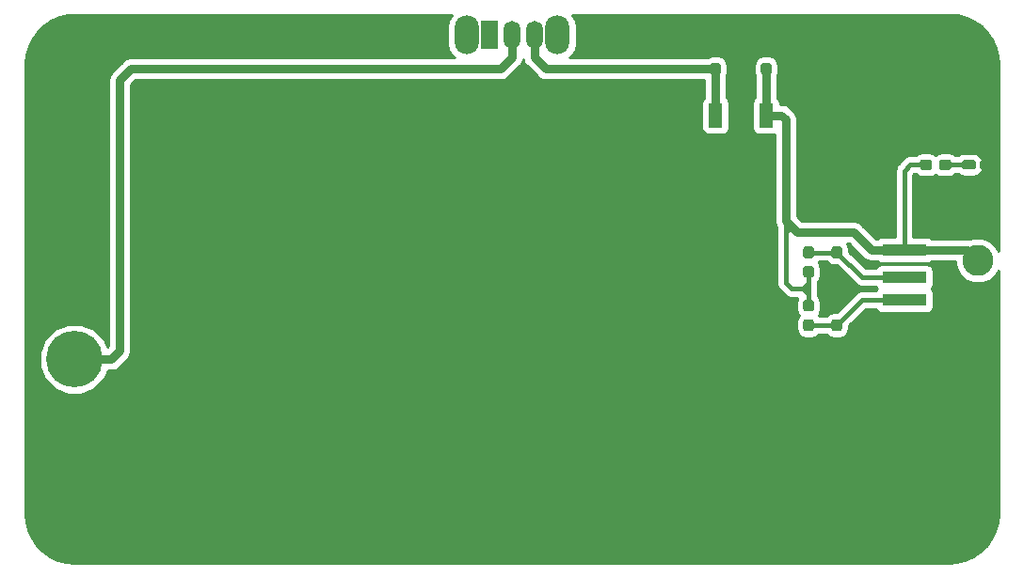
<source format=gbr>
G04 #@! TF.GenerationSoftware,KiCad,Pcbnew,(5.0.2)-1*
G04 #@! TF.CreationDate,2020-06-10T19:57:50-05:00*
G04 #@! TF.ProjectId,BusinessCards,42757369-6e65-4737-9343-617264732e6b,rev?*
G04 #@! TF.SameCoordinates,Original*
G04 #@! TF.FileFunction,Copper,L2,Bot*
G04 #@! TF.FilePolarity,Positive*
%FSLAX46Y46*%
G04 Gerber Fmt 4.6, Leading zero omitted, Abs format (unit mm)*
G04 Created by KiCad (PCBNEW (5.0.2)-1) date 6/10/2020 7:57:50 PM*
%MOMM*%
%LPD*%
G01*
G04 APERTURE LIST*
G04 #@! TA.AperFunction,ComponentPad*
%ADD10C,5.080000*%
G04 #@! TD*
G04 #@! TA.AperFunction,ComponentPad*
%ADD11C,2.800000*%
G04 #@! TD*
G04 #@! TA.AperFunction,Conductor*
%ADD12C,0.100000*%
G04 #@! TD*
G04 #@! TA.AperFunction,SMDPad,CuDef*
%ADD13C,0.950000*%
G04 #@! TD*
G04 #@! TA.AperFunction,SMDPad,CuDef*
%ADD14C,0.850000*%
G04 #@! TD*
G04 #@! TA.AperFunction,ComponentPad*
%ADD15C,4.000000*%
G04 #@! TD*
G04 #@! TA.AperFunction,SMDPad,CuDef*
%ADD16R,4.000000X1.120000*%
G04 #@! TD*
G04 #@! TA.AperFunction,ComponentPad*
%ADD17O,2.200000X3.500000*%
G04 #@! TD*
G04 #@! TA.AperFunction,ComponentPad*
%ADD18O,1.500000X2.500000*%
G04 #@! TD*
G04 #@! TA.AperFunction,ComponentPad*
%ADD19R,1.500000X2.500000*%
G04 #@! TD*
G04 #@! TA.AperFunction,SMDPad,CuDef*
%ADD20R,5.800000X6.400000*%
G04 #@! TD*
G04 #@! TA.AperFunction,SMDPad,CuDef*
%ADD21R,1.200000X2.200000*%
G04 #@! TD*
G04 #@! TA.AperFunction,ViaPad*
%ADD22C,0.800000*%
G04 #@! TD*
G04 #@! TA.AperFunction,Conductor*
%ADD23C,0.762000*%
G04 #@! TD*
G04 #@! TA.AperFunction,Conductor*
%ADD24C,0.381000*%
G04 #@! TD*
G04 #@! TA.AperFunction,Conductor*
%ADD25C,0.254000*%
G04 #@! TD*
G04 APERTURE END LIST*
D10*
G04 #@! TO.P,BT1,2*
G04 #@! TO.N,GND*
X106680000Y-69850000D03*
G04 #@! TO.P,BT1,1*
G04 #@! TO.N,+9V*
X106680000Y-82550000D03*
G04 #@! TD*
D11*
G04 #@! TO.P,REF\002A\002A,1*
G04 #@! TO.N,GND*
X187960000Y-78740000D03*
G04 #@! TD*
D12*
G04 #@! TO.N,GND*
G04 #@! TO.C,C1*
G36*
X164598779Y-54114144D02*
X164621834Y-54117563D01*
X164644443Y-54123227D01*
X164666387Y-54131079D01*
X164687457Y-54141044D01*
X164707448Y-54153026D01*
X164726168Y-54166910D01*
X164743438Y-54182562D01*
X164759090Y-54199832D01*
X164772974Y-54218552D01*
X164784956Y-54238543D01*
X164794921Y-54259613D01*
X164802773Y-54281557D01*
X164808437Y-54304166D01*
X164811856Y-54327221D01*
X164813000Y-54350500D01*
X164813000Y-54925500D01*
X164811856Y-54948779D01*
X164808437Y-54971834D01*
X164802773Y-54994443D01*
X164794921Y-55016387D01*
X164784956Y-55037457D01*
X164772974Y-55057448D01*
X164759090Y-55076168D01*
X164743438Y-55093438D01*
X164726168Y-55109090D01*
X164707448Y-55122974D01*
X164687457Y-55134956D01*
X164666387Y-55144921D01*
X164644443Y-55152773D01*
X164621834Y-55158437D01*
X164598779Y-55161856D01*
X164575500Y-55163000D01*
X164100500Y-55163000D01*
X164077221Y-55161856D01*
X164054166Y-55158437D01*
X164031557Y-55152773D01*
X164009613Y-55144921D01*
X163988543Y-55134956D01*
X163968552Y-55122974D01*
X163949832Y-55109090D01*
X163932562Y-55093438D01*
X163916910Y-55076168D01*
X163903026Y-55057448D01*
X163891044Y-55037457D01*
X163881079Y-55016387D01*
X163873227Y-54994443D01*
X163867563Y-54971834D01*
X163864144Y-54948779D01*
X163863000Y-54925500D01*
X163863000Y-54350500D01*
X163864144Y-54327221D01*
X163867563Y-54304166D01*
X163873227Y-54281557D01*
X163881079Y-54259613D01*
X163891044Y-54238543D01*
X163903026Y-54218552D01*
X163916910Y-54199832D01*
X163932562Y-54182562D01*
X163949832Y-54166910D01*
X163968552Y-54153026D01*
X163988543Y-54141044D01*
X164009613Y-54131079D01*
X164031557Y-54123227D01*
X164054166Y-54117563D01*
X164077221Y-54114144D01*
X164100500Y-54113000D01*
X164575500Y-54113000D01*
X164598779Y-54114144D01*
X164598779Y-54114144D01*
G37*
D13*
G04 #@! TD*
G04 #@! TO.P,C1,2*
G04 #@! TO.N,GND*
X164338000Y-54638000D03*
D12*
G04 #@! TO.N,Net-(C1-Pad1)*
G04 #@! TO.C,C1*
G36*
X164598779Y-55864144D02*
X164621834Y-55867563D01*
X164644443Y-55873227D01*
X164666387Y-55881079D01*
X164687457Y-55891044D01*
X164707448Y-55903026D01*
X164726168Y-55916910D01*
X164743438Y-55932562D01*
X164759090Y-55949832D01*
X164772974Y-55968552D01*
X164784956Y-55988543D01*
X164794921Y-56009613D01*
X164802773Y-56031557D01*
X164808437Y-56054166D01*
X164811856Y-56077221D01*
X164813000Y-56100500D01*
X164813000Y-56675500D01*
X164811856Y-56698779D01*
X164808437Y-56721834D01*
X164802773Y-56744443D01*
X164794921Y-56766387D01*
X164784956Y-56787457D01*
X164772974Y-56807448D01*
X164759090Y-56826168D01*
X164743438Y-56843438D01*
X164726168Y-56859090D01*
X164707448Y-56872974D01*
X164687457Y-56884956D01*
X164666387Y-56894921D01*
X164644443Y-56902773D01*
X164621834Y-56908437D01*
X164598779Y-56911856D01*
X164575500Y-56913000D01*
X164100500Y-56913000D01*
X164077221Y-56911856D01*
X164054166Y-56908437D01*
X164031557Y-56902773D01*
X164009613Y-56894921D01*
X163988543Y-56884956D01*
X163968552Y-56872974D01*
X163949832Y-56859090D01*
X163932562Y-56843438D01*
X163916910Y-56826168D01*
X163903026Y-56807448D01*
X163891044Y-56787457D01*
X163881079Y-56766387D01*
X163873227Y-56744443D01*
X163867563Y-56721834D01*
X163864144Y-56698779D01*
X163863000Y-56675500D01*
X163863000Y-56100500D01*
X163864144Y-56077221D01*
X163867563Y-56054166D01*
X163873227Y-56031557D01*
X163881079Y-56009613D01*
X163891044Y-55988543D01*
X163903026Y-55968552D01*
X163916910Y-55949832D01*
X163932562Y-55932562D01*
X163949832Y-55916910D01*
X163968552Y-55903026D01*
X163988543Y-55891044D01*
X164009613Y-55881079D01*
X164031557Y-55873227D01*
X164054166Y-55867563D01*
X164077221Y-55864144D01*
X164100500Y-55863000D01*
X164575500Y-55863000D01*
X164598779Y-55864144D01*
X164598779Y-55864144D01*
G37*
D13*
G04 #@! TD*
G04 #@! TO.P,C1,1*
G04 #@! TO.N,Net-(C1-Pad1)*
X164338000Y-56388000D03*
D12*
G04 #@! TO.N,+5V*
G04 #@! TO.C,C2*
G36*
X169170779Y-55864144D02*
X169193834Y-55867563D01*
X169216443Y-55873227D01*
X169238387Y-55881079D01*
X169259457Y-55891044D01*
X169279448Y-55903026D01*
X169298168Y-55916910D01*
X169315438Y-55932562D01*
X169331090Y-55949832D01*
X169344974Y-55968552D01*
X169356956Y-55988543D01*
X169366921Y-56009613D01*
X169374773Y-56031557D01*
X169380437Y-56054166D01*
X169383856Y-56077221D01*
X169385000Y-56100500D01*
X169385000Y-56675500D01*
X169383856Y-56698779D01*
X169380437Y-56721834D01*
X169374773Y-56744443D01*
X169366921Y-56766387D01*
X169356956Y-56787457D01*
X169344974Y-56807448D01*
X169331090Y-56826168D01*
X169315438Y-56843438D01*
X169298168Y-56859090D01*
X169279448Y-56872974D01*
X169259457Y-56884956D01*
X169238387Y-56894921D01*
X169216443Y-56902773D01*
X169193834Y-56908437D01*
X169170779Y-56911856D01*
X169147500Y-56913000D01*
X168672500Y-56913000D01*
X168649221Y-56911856D01*
X168626166Y-56908437D01*
X168603557Y-56902773D01*
X168581613Y-56894921D01*
X168560543Y-56884956D01*
X168540552Y-56872974D01*
X168521832Y-56859090D01*
X168504562Y-56843438D01*
X168488910Y-56826168D01*
X168475026Y-56807448D01*
X168463044Y-56787457D01*
X168453079Y-56766387D01*
X168445227Y-56744443D01*
X168439563Y-56721834D01*
X168436144Y-56698779D01*
X168435000Y-56675500D01*
X168435000Y-56100500D01*
X168436144Y-56077221D01*
X168439563Y-56054166D01*
X168445227Y-56031557D01*
X168453079Y-56009613D01*
X168463044Y-55988543D01*
X168475026Y-55968552D01*
X168488910Y-55949832D01*
X168504562Y-55932562D01*
X168521832Y-55916910D01*
X168540552Y-55903026D01*
X168560543Y-55891044D01*
X168581613Y-55881079D01*
X168603557Y-55873227D01*
X168626166Y-55867563D01*
X168649221Y-55864144D01*
X168672500Y-55863000D01*
X169147500Y-55863000D01*
X169170779Y-55864144D01*
X169170779Y-55864144D01*
G37*
D13*
G04 #@! TD*
G04 #@! TO.P,C2,1*
G04 #@! TO.N,+5V*
X168910000Y-56388000D03*
D12*
G04 #@! TO.N,GND*
G04 #@! TO.C,C2*
G36*
X169170779Y-54114144D02*
X169193834Y-54117563D01*
X169216443Y-54123227D01*
X169238387Y-54131079D01*
X169259457Y-54141044D01*
X169279448Y-54153026D01*
X169298168Y-54166910D01*
X169315438Y-54182562D01*
X169331090Y-54199832D01*
X169344974Y-54218552D01*
X169356956Y-54238543D01*
X169366921Y-54259613D01*
X169374773Y-54281557D01*
X169380437Y-54304166D01*
X169383856Y-54327221D01*
X169385000Y-54350500D01*
X169385000Y-54925500D01*
X169383856Y-54948779D01*
X169380437Y-54971834D01*
X169374773Y-54994443D01*
X169366921Y-55016387D01*
X169356956Y-55037457D01*
X169344974Y-55057448D01*
X169331090Y-55076168D01*
X169315438Y-55093438D01*
X169298168Y-55109090D01*
X169279448Y-55122974D01*
X169259457Y-55134956D01*
X169238387Y-55144921D01*
X169216443Y-55152773D01*
X169193834Y-55158437D01*
X169170779Y-55161856D01*
X169147500Y-55163000D01*
X168672500Y-55163000D01*
X168649221Y-55161856D01*
X168626166Y-55158437D01*
X168603557Y-55152773D01*
X168581613Y-55144921D01*
X168560543Y-55134956D01*
X168540552Y-55122974D01*
X168521832Y-55109090D01*
X168504562Y-55093438D01*
X168488910Y-55076168D01*
X168475026Y-55057448D01*
X168463044Y-55037457D01*
X168453079Y-55016387D01*
X168445227Y-54994443D01*
X168439563Y-54971834D01*
X168436144Y-54948779D01*
X168435000Y-54925500D01*
X168435000Y-54350500D01*
X168436144Y-54327221D01*
X168439563Y-54304166D01*
X168445227Y-54281557D01*
X168453079Y-54259613D01*
X168463044Y-54238543D01*
X168475026Y-54218552D01*
X168488910Y-54199832D01*
X168504562Y-54182562D01*
X168521832Y-54166910D01*
X168540552Y-54153026D01*
X168560543Y-54141044D01*
X168581613Y-54131079D01*
X168603557Y-54123227D01*
X168626166Y-54117563D01*
X168649221Y-54114144D01*
X168672500Y-54113000D01*
X169147500Y-54113000D01*
X169170779Y-54114144D01*
X169170779Y-54114144D01*
G37*
D13*
G04 #@! TD*
G04 #@! TO.P,C2,2*
G04 #@! TO.N,GND*
X168910000Y-54638000D03*
D12*
G04 #@! TO.N,Net-(D1-Pad2)*
G04 #@! TO.C,D1*
G36*
X187568329Y-64600023D02*
X187588957Y-64603083D01*
X187609185Y-64608150D01*
X187628820Y-64615176D01*
X187647672Y-64624092D01*
X187665559Y-64634813D01*
X187682309Y-64647235D01*
X187697760Y-64661240D01*
X187711765Y-64676691D01*
X187724187Y-64693441D01*
X187734908Y-64711328D01*
X187743824Y-64730180D01*
X187750850Y-64749815D01*
X187755917Y-64770043D01*
X187758977Y-64790671D01*
X187760000Y-64811500D01*
X187760000Y-65236500D01*
X187758977Y-65257329D01*
X187755917Y-65277957D01*
X187750850Y-65298185D01*
X187743824Y-65317820D01*
X187734908Y-65336672D01*
X187724187Y-65354559D01*
X187711765Y-65371309D01*
X187697760Y-65386760D01*
X187682309Y-65400765D01*
X187665559Y-65413187D01*
X187647672Y-65423908D01*
X187628820Y-65432824D01*
X187609185Y-65439850D01*
X187588957Y-65444917D01*
X187568329Y-65447977D01*
X187547500Y-65449000D01*
X186747500Y-65449000D01*
X186726671Y-65447977D01*
X186706043Y-65444917D01*
X186685815Y-65439850D01*
X186666180Y-65432824D01*
X186647328Y-65423908D01*
X186629441Y-65413187D01*
X186612691Y-65400765D01*
X186597240Y-65386760D01*
X186583235Y-65371309D01*
X186570813Y-65354559D01*
X186560092Y-65336672D01*
X186551176Y-65317820D01*
X186544150Y-65298185D01*
X186539083Y-65277957D01*
X186536023Y-65257329D01*
X186535000Y-65236500D01*
X186535000Y-64811500D01*
X186536023Y-64790671D01*
X186539083Y-64770043D01*
X186544150Y-64749815D01*
X186551176Y-64730180D01*
X186560092Y-64711328D01*
X186570813Y-64693441D01*
X186583235Y-64676691D01*
X186597240Y-64661240D01*
X186612691Y-64647235D01*
X186629441Y-64634813D01*
X186647328Y-64624092D01*
X186666180Y-64615176D01*
X186685815Y-64608150D01*
X186706043Y-64603083D01*
X186726671Y-64600023D01*
X186747500Y-64599000D01*
X187547500Y-64599000D01*
X187568329Y-64600023D01*
X187568329Y-64600023D01*
G37*
D14*
G04 #@! TD*
G04 #@! TO.P,D1,2*
G04 #@! TO.N,Net-(D1-Pad2)*
X187147500Y-65024000D03*
D12*
G04 #@! TO.N,GND*
G04 #@! TO.C,D1*
G36*
X189193329Y-64600023D02*
X189213957Y-64603083D01*
X189234185Y-64608150D01*
X189253820Y-64615176D01*
X189272672Y-64624092D01*
X189290559Y-64634813D01*
X189307309Y-64647235D01*
X189322760Y-64661240D01*
X189336765Y-64676691D01*
X189349187Y-64693441D01*
X189359908Y-64711328D01*
X189368824Y-64730180D01*
X189375850Y-64749815D01*
X189380917Y-64770043D01*
X189383977Y-64790671D01*
X189385000Y-64811500D01*
X189385000Y-65236500D01*
X189383977Y-65257329D01*
X189380917Y-65277957D01*
X189375850Y-65298185D01*
X189368824Y-65317820D01*
X189359908Y-65336672D01*
X189349187Y-65354559D01*
X189336765Y-65371309D01*
X189322760Y-65386760D01*
X189307309Y-65400765D01*
X189290559Y-65413187D01*
X189272672Y-65423908D01*
X189253820Y-65432824D01*
X189234185Y-65439850D01*
X189213957Y-65444917D01*
X189193329Y-65447977D01*
X189172500Y-65449000D01*
X188372500Y-65449000D01*
X188351671Y-65447977D01*
X188331043Y-65444917D01*
X188310815Y-65439850D01*
X188291180Y-65432824D01*
X188272328Y-65423908D01*
X188254441Y-65413187D01*
X188237691Y-65400765D01*
X188222240Y-65386760D01*
X188208235Y-65371309D01*
X188195813Y-65354559D01*
X188185092Y-65336672D01*
X188176176Y-65317820D01*
X188169150Y-65298185D01*
X188164083Y-65277957D01*
X188161023Y-65257329D01*
X188160000Y-65236500D01*
X188160000Y-64811500D01*
X188161023Y-64790671D01*
X188164083Y-64770043D01*
X188169150Y-64749815D01*
X188176176Y-64730180D01*
X188185092Y-64711328D01*
X188195813Y-64693441D01*
X188208235Y-64676691D01*
X188222240Y-64661240D01*
X188237691Y-64647235D01*
X188254441Y-64634813D01*
X188272328Y-64624092D01*
X188291180Y-64615176D01*
X188310815Y-64608150D01*
X188331043Y-64603083D01*
X188351671Y-64600023D01*
X188372500Y-64599000D01*
X189172500Y-64599000D01*
X189193329Y-64600023D01*
X189193329Y-64600023D01*
G37*
D14*
G04 #@! TD*
G04 #@! TO.P,D1,1*
G04 #@! TO.N,GND*
X188772500Y-65024000D03*
D15*
G04 #@! TO.P,Conn1,5*
G04 #@! TO.N,GND*
X185420000Y-69630000D03*
X185420000Y-82770000D03*
D16*
G04 #@! TO.P,Conn1,3*
G04 #@! TO.N,Net-(Conn1-Pad3)*
X181332000Y-77200000D03*
G04 #@! TO.P,Conn1,2*
G04 #@! TO.N,Net-(Conn1-Pad2)*
X181332000Y-75184000D03*
G04 #@! TO.P,Conn1,1*
G04 #@! TO.N,+5V*
X181332000Y-72700000D03*
G04 #@! TO.P,Conn1,4*
G04 #@! TO.N,GND*
X181332000Y-79700000D03*
G04 #@! TD*
D12*
G04 #@! TO.N,Net-(D1-Pad2)*
G04 #@! TO.C,R1*
G36*
X185335779Y-64550144D02*
X185358834Y-64553563D01*
X185381443Y-64559227D01*
X185403387Y-64567079D01*
X185424457Y-64577044D01*
X185444448Y-64589026D01*
X185463168Y-64602910D01*
X185480438Y-64618562D01*
X185496090Y-64635832D01*
X185509974Y-64654552D01*
X185521956Y-64674543D01*
X185531921Y-64695613D01*
X185539773Y-64717557D01*
X185545437Y-64740166D01*
X185548856Y-64763221D01*
X185550000Y-64786500D01*
X185550000Y-65261500D01*
X185548856Y-65284779D01*
X185545437Y-65307834D01*
X185539773Y-65330443D01*
X185531921Y-65352387D01*
X185521956Y-65373457D01*
X185509974Y-65393448D01*
X185496090Y-65412168D01*
X185480438Y-65429438D01*
X185463168Y-65445090D01*
X185444448Y-65458974D01*
X185424457Y-65470956D01*
X185403387Y-65480921D01*
X185381443Y-65488773D01*
X185358834Y-65494437D01*
X185335779Y-65497856D01*
X185312500Y-65499000D01*
X184737500Y-65499000D01*
X184714221Y-65497856D01*
X184691166Y-65494437D01*
X184668557Y-65488773D01*
X184646613Y-65480921D01*
X184625543Y-65470956D01*
X184605552Y-65458974D01*
X184586832Y-65445090D01*
X184569562Y-65429438D01*
X184553910Y-65412168D01*
X184540026Y-65393448D01*
X184528044Y-65373457D01*
X184518079Y-65352387D01*
X184510227Y-65330443D01*
X184504563Y-65307834D01*
X184501144Y-65284779D01*
X184500000Y-65261500D01*
X184500000Y-64786500D01*
X184501144Y-64763221D01*
X184504563Y-64740166D01*
X184510227Y-64717557D01*
X184518079Y-64695613D01*
X184528044Y-64674543D01*
X184540026Y-64654552D01*
X184553910Y-64635832D01*
X184569562Y-64618562D01*
X184586832Y-64602910D01*
X184605552Y-64589026D01*
X184625543Y-64577044D01*
X184646613Y-64567079D01*
X184668557Y-64559227D01*
X184691166Y-64553563D01*
X184714221Y-64550144D01*
X184737500Y-64549000D01*
X185312500Y-64549000D01*
X185335779Y-64550144D01*
X185335779Y-64550144D01*
G37*
D13*
G04 #@! TD*
G04 #@! TO.P,R1,2*
G04 #@! TO.N,Net-(D1-Pad2)*
X185025000Y-65024000D03*
D12*
G04 #@! TO.N,+5V*
G04 #@! TO.C,R1*
G36*
X183585779Y-64550144D02*
X183608834Y-64553563D01*
X183631443Y-64559227D01*
X183653387Y-64567079D01*
X183674457Y-64577044D01*
X183694448Y-64589026D01*
X183713168Y-64602910D01*
X183730438Y-64618562D01*
X183746090Y-64635832D01*
X183759974Y-64654552D01*
X183771956Y-64674543D01*
X183781921Y-64695613D01*
X183789773Y-64717557D01*
X183795437Y-64740166D01*
X183798856Y-64763221D01*
X183800000Y-64786500D01*
X183800000Y-65261500D01*
X183798856Y-65284779D01*
X183795437Y-65307834D01*
X183789773Y-65330443D01*
X183781921Y-65352387D01*
X183771956Y-65373457D01*
X183759974Y-65393448D01*
X183746090Y-65412168D01*
X183730438Y-65429438D01*
X183713168Y-65445090D01*
X183694448Y-65458974D01*
X183674457Y-65470956D01*
X183653387Y-65480921D01*
X183631443Y-65488773D01*
X183608834Y-65494437D01*
X183585779Y-65497856D01*
X183562500Y-65499000D01*
X182987500Y-65499000D01*
X182964221Y-65497856D01*
X182941166Y-65494437D01*
X182918557Y-65488773D01*
X182896613Y-65480921D01*
X182875543Y-65470956D01*
X182855552Y-65458974D01*
X182836832Y-65445090D01*
X182819562Y-65429438D01*
X182803910Y-65412168D01*
X182790026Y-65393448D01*
X182778044Y-65373457D01*
X182768079Y-65352387D01*
X182760227Y-65330443D01*
X182754563Y-65307834D01*
X182751144Y-65284779D01*
X182750000Y-65261500D01*
X182750000Y-64786500D01*
X182751144Y-64763221D01*
X182754563Y-64740166D01*
X182760227Y-64717557D01*
X182768079Y-64695613D01*
X182778044Y-64674543D01*
X182790026Y-64654552D01*
X182803910Y-64635832D01*
X182819562Y-64618562D01*
X182836832Y-64602910D01*
X182855552Y-64589026D01*
X182875543Y-64577044D01*
X182896613Y-64567079D01*
X182918557Y-64559227D01*
X182941166Y-64553563D01*
X182964221Y-64550144D01*
X182987500Y-64549000D01*
X183562500Y-64549000D01*
X183585779Y-64550144D01*
X183585779Y-64550144D01*
G37*
D13*
G04 #@! TD*
G04 #@! TO.P,R1,1*
G04 #@! TO.N,+5V*
X183275000Y-65024000D03*
D12*
G04 #@! TO.N,+5V*
G04 #@! TO.C,R2*
G36*
X172980779Y-77200144D02*
X173003834Y-77203563D01*
X173026443Y-77209227D01*
X173048387Y-77217079D01*
X173069457Y-77227044D01*
X173089448Y-77239026D01*
X173108168Y-77252910D01*
X173125438Y-77268562D01*
X173141090Y-77285832D01*
X173154974Y-77304552D01*
X173166956Y-77324543D01*
X173176921Y-77345613D01*
X173184773Y-77367557D01*
X173190437Y-77390166D01*
X173193856Y-77413221D01*
X173195000Y-77436500D01*
X173195000Y-78011500D01*
X173193856Y-78034779D01*
X173190437Y-78057834D01*
X173184773Y-78080443D01*
X173176921Y-78102387D01*
X173166956Y-78123457D01*
X173154974Y-78143448D01*
X173141090Y-78162168D01*
X173125438Y-78179438D01*
X173108168Y-78195090D01*
X173089448Y-78208974D01*
X173069457Y-78220956D01*
X173048387Y-78230921D01*
X173026443Y-78238773D01*
X173003834Y-78244437D01*
X172980779Y-78247856D01*
X172957500Y-78249000D01*
X172482500Y-78249000D01*
X172459221Y-78247856D01*
X172436166Y-78244437D01*
X172413557Y-78238773D01*
X172391613Y-78230921D01*
X172370543Y-78220956D01*
X172350552Y-78208974D01*
X172331832Y-78195090D01*
X172314562Y-78179438D01*
X172298910Y-78162168D01*
X172285026Y-78143448D01*
X172273044Y-78123457D01*
X172263079Y-78102387D01*
X172255227Y-78080443D01*
X172249563Y-78057834D01*
X172246144Y-78034779D01*
X172245000Y-78011500D01*
X172245000Y-77436500D01*
X172246144Y-77413221D01*
X172249563Y-77390166D01*
X172255227Y-77367557D01*
X172263079Y-77345613D01*
X172273044Y-77324543D01*
X172285026Y-77304552D01*
X172298910Y-77285832D01*
X172314562Y-77268562D01*
X172331832Y-77252910D01*
X172350552Y-77239026D01*
X172370543Y-77227044D01*
X172391613Y-77217079D01*
X172413557Y-77209227D01*
X172436166Y-77203563D01*
X172459221Y-77200144D01*
X172482500Y-77199000D01*
X172957500Y-77199000D01*
X172980779Y-77200144D01*
X172980779Y-77200144D01*
G37*
D13*
G04 #@! TD*
G04 #@! TO.P,R2,1*
G04 #@! TO.N,+5V*
X172720000Y-77724000D03*
D12*
G04 #@! TO.N,Net-(Conn1-Pad3)*
G04 #@! TO.C,R2*
G36*
X172980779Y-78950144D02*
X173003834Y-78953563D01*
X173026443Y-78959227D01*
X173048387Y-78967079D01*
X173069457Y-78977044D01*
X173089448Y-78989026D01*
X173108168Y-79002910D01*
X173125438Y-79018562D01*
X173141090Y-79035832D01*
X173154974Y-79054552D01*
X173166956Y-79074543D01*
X173176921Y-79095613D01*
X173184773Y-79117557D01*
X173190437Y-79140166D01*
X173193856Y-79163221D01*
X173195000Y-79186500D01*
X173195000Y-79761500D01*
X173193856Y-79784779D01*
X173190437Y-79807834D01*
X173184773Y-79830443D01*
X173176921Y-79852387D01*
X173166956Y-79873457D01*
X173154974Y-79893448D01*
X173141090Y-79912168D01*
X173125438Y-79929438D01*
X173108168Y-79945090D01*
X173089448Y-79958974D01*
X173069457Y-79970956D01*
X173048387Y-79980921D01*
X173026443Y-79988773D01*
X173003834Y-79994437D01*
X172980779Y-79997856D01*
X172957500Y-79999000D01*
X172482500Y-79999000D01*
X172459221Y-79997856D01*
X172436166Y-79994437D01*
X172413557Y-79988773D01*
X172391613Y-79980921D01*
X172370543Y-79970956D01*
X172350552Y-79958974D01*
X172331832Y-79945090D01*
X172314562Y-79929438D01*
X172298910Y-79912168D01*
X172285026Y-79893448D01*
X172273044Y-79873457D01*
X172263079Y-79852387D01*
X172255227Y-79830443D01*
X172249563Y-79807834D01*
X172246144Y-79784779D01*
X172245000Y-79761500D01*
X172245000Y-79186500D01*
X172246144Y-79163221D01*
X172249563Y-79140166D01*
X172255227Y-79117557D01*
X172263079Y-79095613D01*
X172273044Y-79074543D01*
X172285026Y-79054552D01*
X172298910Y-79035832D01*
X172314562Y-79018562D01*
X172331832Y-79002910D01*
X172350552Y-78989026D01*
X172370543Y-78977044D01*
X172391613Y-78967079D01*
X172413557Y-78959227D01*
X172436166Y-78953563D01*
X172459221Y-78950144D01*
X172482500Y-78949000D01*
X172957500Y-78949000D01*
X172980779Y-78950144D01*
X172980779Y-78950144D01*
G37*
D13*
G04 #@! TD*
G04 #@! TO.P,R2,2*
G04 #@! TO.N,Net-(Conn1-Pad3)*
X172720000Y-79474000D03*
D12*
G04 #@! TO.N,GND*
G04 #@! TO.C,R3*
G36*
X175520779Y-77200144D02*
X175543834Y-77203563D01*
X175566443Y-77209227D01*
X175588387Y-77217079D01*
X175609457Y-77227044D01*
X175629448Y-77239026D01*
X175648168Y-77252910D01*
X175665438Y-77268562D01*
X175681090Y-77285832D01*
X175694974Y-77304552D01*
X175706956Y-77324543D01*
X175716921Y-77345613D01*
X175724773Y-77367557D01*
X175730437Y-77390166D01*
X175733856Y-77413221D01*
X175735000Y-77436500D01*
X175735000Y-78011500D01*
X175733856Y-78034779D01*
X175730437Y-78057834D01*
X175724773Y-78080443D01*
X175716921Y-78102387D01*
X175706956Y-78123457D01*
X175694974Y-78143448D01*
X175681090Y-78162168D01*
X175665438Y-78179438D01*
X175648168Y-78195090D01*
X175629448Y-78208974D01*
X175609457Y-78220956D01*
X175588387Y-78230921D01*
X175566443Y-78238773D01*
X175543834Y-78244437D01*
X175520779Y-78247856D01*
X175497500Y-78249000D01*
X175022500Y-78249000D01*
X174999221Y-78247856D01*
X174976166Y-78244437D01*
X174953557Y-78238773D01*
X174931613Y-78230921D01*
X174910543Y-78220956D01*
X174890552Y-78208974D01*
X174871832Y-78195090D01*
X174854562Y-78179438D01*
X174838910Y-78162168D01*
X174825026Y-78143448D01*
X174813044Y-78123457D01*
X174803079Y-78102387D01*
X174795227Y-78080443D01*
X174789563Y-78057834D01*
X174786144Y-78034779D01*
X174785000Y-78011500D01*
X174785000Y-77436500D01*
X174786144Y-77413221D01*
X174789563Y-77390166D01*
X174795227Y-77367557D01*
X174803079Y-77345613D01*
X174813044Y-77324543D01*
X174825026Y-77304552D01*
X174838910Y-77285832D01*
X174854562Y-77268562D01*
X174871832Y-77252910D01*
X174890552Y-77239026D01*
X174910543Y-77227044D01*
X174931613Y-77217079D01*
X174953557Y-77209227D01*
X174976166Y-77203563D01*
X174999221Y-77200144D01*
X175022500Y-77199000D01*
X175497500Y-77199000D01*
X175520779Y-77200144D01*
X175520779Y-77200144D01*
G37*
D13*
G04 #@! TD*
G04 #@! TO.P,R3,2*
G04 #@! TO.N,GND*
X175260000Y-77724000D03*
D12*
G04 #@! TO.N,Net-(Conn1-Pad3)*
G04 #@! TO.C,R3*
G36*
X175520779Y-78950144D02*
X175543834Y-78953563D01*
X175566443Y-78959227D01*
X175588387Y-78967079D01*
X175609457Y-78977044D01*
X175629448Y-78989026D01*
X175648168Y-79002910D01*
X175665438Y-79018562D01*
X175681090Y-79035832D01*
X175694974Y-79054552D01*
X175706956Y-79074543D01*
X175716921Y-79095613D01*
X175724773Y-79117557D01*
X175730437Y-79140166D01*
X175733856Y-79163221D01*
X175735000Y-79186500D01*
X175735000Y-79761500D01*
X175733856Y-79784779D01*
X175730437Y-79807834D01*
X175724773Y-79830443D01*
X175716921Y-79852387D01*
X175706956Y-79873457D01*
X175694974Y-79893448D01*
X175681090Y-79912168D01*
X175665438Y-79929438D01*
X175648168Y-79945090D01*
X175629448Y-79958974D01*
X175609457Y-79970956D01*
X175588387Y-79980921D01*
X175566443Y-79988773D01*
X175543834Y-79994437D01*
X175520779Y-79997856D01*
X175497500Y-79999000D01*
X175022500Y-79999000D01*
X174999221Y-79997856D01*
X174976166Y-79994437D01*
X174953557Y-79988773D01*
X174931613Y-79980921D01*
X174910543Y-79970956D01*
X174890552Y-79958974D01*
X174871832Y-79945090D01*
X174854562Y-79929438D01*
X174838910Y-79912168D01*
X174825026Y-79893448D01*
X174813044Y-79873457D01*
X174803079Y-79852387D01*
X174795227Y-79830443D01*
X174789563Y-79807834D01*
X174786144Y-79784779D01*
X174785000Y-79761500D01*
X174785000Y-79186500D01*
X174786144Y-79163221D01*
X174789563Y-79140166D01*
X174795227Y-79117557D01*
X174803079Y-79095613D01*
X174813044Y-79074543D01*
X174825026Y-79054552D01*
X174838910Y-79035832D01*
X174854562Y-79018562D01*
X174871832Y-79002910D01*
X174890552Y-78989026D01*
X174910543Y-78977044D01*
X174931613Y-78967079D01*
X174953557Y-78959227D01*
X174976166Y-78953563D01*
X174999221Y-78950144D01*
X175022500Y-78949000D01*
X175497500Y-78949000D01*
X175520779Y-78950144D01*
X175520779Y-78950144D01*
G37*
D13*
G04 #@! TD*
G04 #@! TO.P,R3,1*
G04 #@! TO.N,Net-(Conn1-Pad3)*
X175260000Y-79474000D03*
D12*
G04 #@! TO.N,+5V*
G04 #@! TO.C,R4*
G36*
X172980779Y-74152144D02*
X173003834Y-74155563D01*
X173026443Y-74161227D01*
X173048387Y-74169079D01*
X173069457Y-74179044D01*
X173089448Y-74191026D01*
X173108168Y-74204910D01*
X173125438Y-74220562D01*
X173141090Y-74237832D01*
X173154974Y-74256552D01*
X173166956Y-74276543D01*
X173176921Y-74297613D01*
X173184773Y-74319557D01*
X173190437Y-74342166D01*
X173193856Y-74365221D01*
X173195000Y-74388500D01*
X173195000Y-74963500D01*
X173193856Y-74986779D01*
X173190437Y-75009834D01*
X173184773Y-75032443D01*
X173176921Y-75054387D01*
X173166956Y-75075457D01*
X173154974Y-75095448D01*
X173141090Y-75114168D01*
X173125438Y-75131438D01*
X173108168Y-75147090D01*
X173089448Y-75160974D01*
X173069457Y-75172956D01*
X173048387Y-75182921D01*
X173026443Y-75190773D01*
X173003834Y-75196437D01*
X172980779Y-75199856D01*
X172957500Y-75201000D01*
X172482500Y-75201000D01*
X172459221Y-75199856D01*
X172436166Y-75196437D01*
X172413557Y-75190773D01*
X172391613Y-75182921D01*
X172370543Y-75172956D01*
X172350552Y-75160974D01*
X172331832Y-75147090D01*
X172314562Y-75131438D01*
X172298910Y-75114168D01*
X172285026Y-75095448D01*
X172273044Y-75075457D01*
X172263079Y-75054387D01*
X172255227Y-75032443D01*
X172249563Y-75009834D01*
X172246144Y-74986779D01*
X172245000Y-74963500D01*
X172245000Y-74388500D01*
X172246144Y-74365221D01*
X172249563Y-74342166D01*
X172255227Y-74319557D01*
X172263079Y-74297613D01*
X172273044Y-74276543D01*
X172285026Y-74256552D01*
X172298910Y-74237832D01*
X172314562Y-74220562D01*
X172331832Y-74204910D01*
X172350552Y-74191026D01*
X172370543Y-74179044D01*
X172391613Y-74169079D01*
X172413557Y-74161227D01*
X172436166Y-74155563D01*
X172459221Y-74152144D01*
X172482500Y-74151000D01*
X172957500Y-74151000D01*
X172980779Y-74152144D01*
X172980779Y-74152144D01*
G37*
D13*
G04 #@! TD*
G04 #@! TO.P,R4,1*
G04 #@! TO.N,+5V*
X172720000Y-74676000D03*
D12*
G04 #@! TO.N,Net-(Conn1-Pad2)*
G04 #@! TO.C,R4*
G36*
X172980779Y-72402144D02*
X173003834Y-72405563D01*
X173026443Y-72411227D01*
X173048387Y-72419079D01*
X173069457Y-72429044D01*
X173089448Y-72441026D01*
X173108168Y-72454910D01*
X173125438Y-72470562D01*
X173141090Y-72487832D01*
X173154974Y-72506552D01*
X173166956Y-72526543D01*
X173176921Y-72547613D01*
X173184773Y-72569557D01*
X173190437Y-72592166D01*
X173193856Y-72615221D01*
X173195000Y-72638500D01*
X173195000Y-73213500D01*
X173193856Y-73236779D01*
X173190437Y-73259834D01*
X173184773Y-73282443D01*
X173176921Y-73304387D01*
X173166956Y-73325457D01*
X173154974Y-73345448D01*
X173141090Y-73364168D01*
X173125438Y-73381438D01*
X173108168Y-73397090D01*
X173089448Y-73410974D01*
X173069457Y-73422956D01*
X173048387Y-73432921D01*
X173026443Y-73440773D01*
X173003834Y-73446437D01*
X172980779Y-73449856D01*
X172957500Y-73451000D01*
X172482500Y-73451000D01*
X172459221Y-73449856D01*
X172436166Y-73446437D01*
X172413557Y-73440773D01*
X172391613Y-73432921D01*
X172370543Y-73422956D01*
X172350552Y-73410974D01*
X172331832Y-73397090D01*
X172314562Y-73381438D01*
X172298910Y-73364168D01*
X172285026Y-73345448D01*
X172273044Y-73325457D01*
X172263079Y-73304387D01*
X172255227Y-73282443D01*
X172249563Y-73259834D01*
X172246144Y-73236779D01*
X172245000Y-73213500D01*
X172245000Y-72638500D01*
X172246144Y-72615221D01*
X172249563Y-72592166D01*
X172255227Y-72569557D01*
X172263079Y-72547613D01*
X172273044Y-72526543D01*
X172285026Y-72506552D01*
X172298910Y-72487832D01*
X172314562Y-72470562D01*
X172331832Y-72454910D01*
X172350552Y-72441026D01*
X172370543Y-72429044D01*
X172391613Y-72419079D01*
X172413557Y-72411227D01*
X172436166Y-72405563D01*
X172459221Y-72402144D01*
X172482500Y-72401000D01*
X172957500Y-72401000D01*
X172980779Y-72402144D01*
X172980779Y-72402144D01*
G37*
D13*
G04 #@! TD*
G04 #@! TO.P,R4,2*
G04 #@! TO.N,Net-(Conn1-Pad2)*
X172720000Y-72926000D03*
D12*
G04 #@! TO.N,GND*
G04 #@! TO.C,R5*
G36*
X175520779Y-74152144D02*
X175543834Y-74155563D01*
X175566443Y-74161227D01*
X175588387Y-74169079D01*
X175609457Y-74179044D01*
X175629448Y-74191026D01*
X175648168Y-74204910D01*
X175665438Y-74220562D01*
X175681090Y-74237832D01*
X175694974Y-74256552D01*
X175706956Y-74276543D01*
X175716921Y-74297613D01*
X175724773Y-74319557D01*
X175730437Y-74342166D01*
X175733856Y-74365221D01*
X175735000Y-74388500D01*
X175735000Y-74963500D01*
X175733856Y-74986779D01*
X175730437Y-75009834D01*
X175724773Y-75032443D01*
X175716921Y-75054387D01*
X175706956Y-75075457D01*
X175694974Y-75095448D01*
X175681090Y-75114168D01*
X175665438Y-75131438D01*
X175648168Y-75147090D01*
X175629448Y-75160974D01*
X175609457Y-75172956D01*
X175588387Y-75182921D01*
X175566443Y-75190773D01*
X175543834Y-75196437D01*
X175520779Y-75199856D01*
X175497500Y-75201000D01*
X175022500Y-75201000D01*
X174999221Y-75199856D01*
X174976166Y-75196437D01*
X174953557Y-75190773D01*
X174931613Y-75182921D01*
X174910543Y-75172956D01*
X174890552Y-75160974D01*
X174871832Y-75147090D01*
X174854562Y-75131438D01*
X174838910Y-75114168D01*
X174825026Y-75095448D01*
X174813044Y-75075457D01*
X174803079Y-75054387D01*
X174795227Y-75032443D01*
X174789563Y-75009834D01*
X174786144Y-74986779D01*
X174785000Y-74963500D01*
X174785000Y-74388500D01*
X174786144Y-74365221D01*
X174789563Y-74342166D01*
X174795227Y-74319557D01*
X174803079Y-74297613D01*
X174813044Y-74276543D01*
X174825026Y-74256552D01*
X174838910Y-74237832D01*
X174854562Y-74220562D01*
X174871832Y-74204910D01*
X174890552Y-74191026D01*
X174910543Y-74179044D01*
X174931613Y-74169079D01*
X174953557Y-74161227D01*
X174976166Y-74155563D01*
X174999221Y-74152144D01*
X175022500Y-74151000D01*
X175497500Y-74151000D01*
X175520779Y-74152144D01*
X175520779Y-74152144D01*
G37*
D13*
G04 #@! TD*
G04 #@! TO.P,R5,2*
G04 #@! TO.N,GND*
X175260000Y-74676000D03*
D12*
G04 #@! TO.N,Net-(Conn1-Pad2)*
G04 #@! TO.C,R5*
G36*
X175520779Y-72402144D02*
X175543834Y-72405563D01*
X175566443Y-72411227D01*
X175588387Y-72419079D01*
X175609457Y-72429044D01*
X175629448Y-72441026D01*
X175648168Y-72454910D01*
X175665438Y-72470562D01*
X175681090Y-72487832D01*
X175694974Y-72506552D01*
X175706956Y-72526543D01*
X175716921Y-72547613D01*
X175724773Y-72569557D01*
X175730437Y-72592166D01*
X175733856Y-72615221D01*
X175735000Y-72638500D01*
X175735000Y-73213500D01*
X175733856Y-73236779D01*
X175730437Y-73259834D01*
X175724773Y-73282443D01*
X175716921Y-73304387D01*
X175706956Y-73325457D01*
X175694974Y-73345448D01*
X175681090Y-73364168D01*
X175665438Y-73381438D01*
X175648168Y-73397090D01*
X175629448Y-73410974D01*
X175609457Y-73422956D01*
X175588387Y-73432921D01*
X175566443Y-73440773D01*
X175543834Y-73446437D01*
X175520779Y-73449856D01*
X175497500Y-73451000D01*
X175022500Y-73451000D01*
X174999221Y-73449856D01*
X174976166Y-73446437D01*
X174953557Y-73440773D01*
X174931613Y-73432921D01*
X174910543Y-73422956D01*
X174890552Y-73410974D01*
X174871832Y-73397090D01*
X174854562Y-73381438D01*
X174838910Y-73364168D01*
X174825026Y-73345448D01*
X174813044Y-73325457D01*
X174803079Y-73304387D01*
X174795227Y-73282443D01*
X174789563Y-73259834D01*
X174786144Y-73236779D01*
X174785000Y-73213500D01*
X174785000Y-72638500D01*
X174786144Y-72615221D01*
X174789563Y-72592166D01*
X174795227Y-72569557D01*
X174803079Y-72547613D01*
X174813044Y-72526543D01*
X174825026Y-72506552D01*
X174838910Y-72487832D01*
X174854562Y-72470562D01*
X174871832Y-72454910D01*
X174890552Y-72441026D01*
X174910543Y-72429044D01*
X174931613Y-72419079D01*
X174953557Y-72411227D01*
X174976166Y-72405563D01*
X174999221Y-72402144D01*
X175022500Y-72401000D01*
X175497500Y-72401000D01*
X175520779Y-72402144D01*
X175520779Y-72402144D01*
G37*
D13*
G04 #@! TD*
G04 #@! TO.P,R5,1*
G04 #@! TO.N,Net-(Conn1-Pad2)*
X175260000Y-72926000D03*
D17*
G04 #@! TO.P,SW1,*
G04 #@! TO.N,*
X150150000Y-53340000D03*
X141950000Y-53340000D03*
D18*
G04 #@! TO.P,SW1,3*
G04 #@! TO.N,Net-(C1-Pad1)*
X148050000Y-53340000D03*
G04 #@! TO.P,SW1,2*
G04 #@! TO.N,+9V*
X146050000Y-53340000D03*
D19*
G04 #@! TO.P,SW1,1*
G04 #@! TO.N,Net-(SW1-Pad1)*
X144050000Y-53340000D03*
G04 #@! TD*
D20*
G04 #@! TO.P,U1,2*
G04 #@! TO.N,GND*
X166624000Y-66870000D03*
D21*
G04 #@! TO.P,U1,3*
G04 #@! TO.N,+5V*
X168904000Y-60570000D03*
G04 #@! TO.P,U1,1*
G04 #@! TO.N,Net-(C1-Pad1)*
X164344000Y-60570000D03*
G04 #@! TD*
D11*
G04 #@! TO.P,REF\002A\002A,1*
G04 #@! TO.N,+5V*
X187960000Y-73660000D03*
G04 #@! TD*
D22*
G04 #@! TO.N,GND*
X176784000Y-76200000D03*
G04 #@! TD*
D23*
G04 #@! TO.N,+9V*
X146050000Y-55352000D02*
X146050000Y-53340000D01*
X106680000Y-82550000D02*
X109982000Y-82550000D01*
X109982000Y-82550000D02*
X110744000Y-81788000D01*
X110744000Y-81788000D02*
X110744000Y-57404000D01*
X110744000Y-57404000D02*
X111760000Y-56388000D01*
X111760000Y-56388000D02*
X145014000Y-56388000D01*
X145014000Y-56388000D02*
X146050000Y-55352000D01*
G04 #@! TO.N,Net-(C1-Pad1)*
X148050000Y-53340000D02*
X148050000Y-55352000D01*
X148050000Y-55352000D02*
X149086000Y-56388000D01*
X163830000Y-56388000D02*
X164338000Y-56388000D01*
X164338000Y-60564000D02*
X164344000Y-60570000D01*
X164338000Y-56388000D02*
X164338000Y-60564000D01*
X153162000Y-56388000D02*
X149086000Y-56388000D01*
X153162000Y-56388000D02*
X163830000Y-56388000D01*
X151880000Y-56388000D02*
X153162000Y-56388000D01*
G04 #@! TO.N,+5V*
X187000000Y-72700000D02*
X187960000Y-73660000D01*
X181332000Y-72700000D02*
X187000000Y-72700000D01*
D24*
X171196000Y-76200000D02*
X170688000Y-75692000D01*
X170688000Y-75692000D02*
X170688000Y-72644000D01*
X172720000Y-75692000D02*
X172212000Y-76200000D01*
X172212000Y-76200000D02*
X171196000Y-76200000D01*
X172720000Y-76200000D02*
X172212000Y-76200000D01*
X172720000Y-75692000D02*
X172720000Y-76200000D01*
X172720000Y-74676000D02*
X172720000Y-75692000D01*
X172720000Y-76708000D02*
X172212000Y-76200000D01*
X172720000Y-76708000D02*
X172720000Y-77724000D01*
X172720000Y-76200000D02*
X172720000Y-76708000D01*
D23*
X181332000Y-72700000D02*
X178364000Y-72700000D01*
X178364000Y-72700000D02*
X176784000Y-71120000D01*
X176784000Y-71120000D02*
X171704000Y-71120000D01*
X170688000Y-70104000D02*
X170688000Y-69596000D01*
D24*
X170688000Y-71120000D02*
X171196000Y-70612000D01*
D23*
X171196000Y-70612000D02*
X170688000Y-70104000D01*
X171704000Y-71120000D02*
X171196000Y-70612000D01*
D24*
X170688000Y-71120000D02*
X170688000Y-69596000D01*
X170688000Y-72644000D02*
X170688000Y-71120000D01*
X181332000Y-72700000D02*
X181332000Y-65556000D01*
X181864000Y-65024000D02*
X183275000Y-65024000D01*
X181332000Y-65556000D02*
X181864000Y-65024000D01*
D23*
X168904000Y-56394000D02*
X168910000Y-56388000D01*
X168904000Y-60570000D02*
X168904000Y-56394000D01*
X170688000Y-61468000D02*
X170688000Y-69596000D01*
X170688000Y-60960000D02*
X170688000Y-61468000D01*
X170298000Y-60570000D02*
X170688000Y-60960000D01*
X168904000Y-60570000D02*
X170298000Y-60570000D01*
D24*
G04 #@! TO.N,Net-(D1-Pad2)*
X187147500Y-65024000D02*
X185025000Y-65024000D01*
G04 #@! TO.N,Net-(Conn1-Pad2)*
X177518000Y-75184000D02*
X175260000Y-72926000D01*
X181332000Y-75184000D02*
X177518000Y-75184000D01*
X175260000Y-72926000D02*
X172720000Y-72926000D01*
G04 #@! TO.N,Net-(Conn1-Pad3)*
X177534000Y-77200000D02*
X175260000Y-79474000D01*
X181332000Y-77200000D02*
X177534000Y-77200000D01*
X175260000Y-79474000D02*
X172720000Y-79474000D01*
G04 #@! TD*
D25*
G04 #@! TO.N,GND*
G36*
X140315666Y-52013038D02*
X140215000Y-52519121D01*
X140215000Y-54160880D01*
X140315667Y-54666963D01*
X140699136Y-55240865D01*
X140895393Y-55372000D01*
X111860063Y-55372000D01*
X111760000Y-55352096D01*
X111659936Y-55372000D01*
X111659935Y-55372000D01*
X111363577Y-55430949D01*
X111027505Y-55655505D01*
X110970822Y-55740337D01*
X110096337Y-56614823D01*
X110011506Y-56671505D01*
X109954823Y-56756337D01*
X109786950Y-57007577D01*
X109708096Y-57404000D01*
X109728001Y-57504068D01*
X109728000Y-81367159D01*
X109656332Y-81438827D01*
X109371635Y-80751507D01*
X108478493Y-79858365D01*
X107311547Y-79375000D01*
X106048453Y-79375000D01*
X104881507Y-79858365D01*
X103988365Y-80751507D01*
X103505000Y-81918453D01*
X103505000Y-83181547D01*
X103988365Y-84348493D01*
X104881507Y-85241635D01*
X106048453Y-85725000D01*
X107311547Y-85725000D01*
X108478493Y-85241635D01*
X109371635Y-84348493D01*
X109695754Y-83566000D01*
X109881937Y-83566000D01*
X109982000Y-83585904D01*
X110082063Y-83566000D01*
X110082065Y-83566000D01*
X110378423Y-83507051D01*
X110714495Y-83282495D01*
X110771179Y-83197661D01*
X111391663Y-82577177D01*
X111476495Y-82520495D01*
X111701051Y-82184423D01*
X111760000Y-81888065D01*
X111760000Y-81888064D01*
X111779904Y-81788000D01*
X111760000Y-81687936D01*
X111760000Y-57824840D01*
X112180841Y-57404000D01*
X144913937Y-57404000D01*
X145014000Y-57423904D01*
X145114063Y-57404000D01*
X145114065Y-57404000D01*
X145410423Y-57345051D01*
X145746495Y-57120495D01*
X145803179Y-57035661D01*
X146697663Y-56141177D01*
X146782495Y-56084495D01*
X146961306Y-55816885D01*
X147007050Y-55748425D01*
X147007050Y-55748424D01*
X147007051Y-55748423D01*
X147050000Y-55532502D01*
X147080388Y-55685268D01*
X147092950Y-55748423D01*
X147317506Y-56084495D01*
X147402337Y-56141177D01*
X148296822Y-57035663D01*
X148353505Y-57120495D01*
X148595375Y-57282107D01*
X148689575Y-57345050D01*
X148689576Y-57345050D01*
X148689577Y-57345051D01*
X148985935Y-57404000D01*
X149085999Y-57423904D01*
X149186063Y-57404000D01*
X163322000Y-57404000D01*
X163322001Y-58988264D01*
X163286191Y-59012191D01*
X163145843Y-59222235D01*
X163096560Y-59470000D01*
X163096560Y-61670000D01*
X163145843Y-61917765D01*
X163286191Y-62127809D01*
X163496235Y-62268157D01*
X163744000Y-62317440D01*
X164944000Y-62317440D01*
X165191765Y-62268157D01*
X165401809Y-62127809D01*
X165542157Y-61917765D01*
X165591440Y-61670000D01*
X165591440Y-59470000D01*
X165542157Y-59222235D01*
X165401809Y-59012191D01*
X165354000Y-58980246D01*
X165354000Y-57072636D01*
X165393078Y-57014152D01*
X165460440Y-56675500D01*
X165460440Y-56100500D01*
X165393078Y-55761848D01*
X165201247Y-55474753D01*
X164914152Y-55282922D01*
X164575500Y-55215560D01*
X164100500Y-55215560D01*
X163761848Y-55282922D01*
X163628534Y-55372000D01*
X151204608Y-55372000D01*
X151400865Y-55240865D01*
X151784334Y-54666963D01*
X151885000Y-54160880D01*
X151885000Y-52519120D01*
X151784334Y-52013037D01*
X151448215Y-51510000D01*
X185388382Y-51510000D01*
X186193358Y-51581842D01*
X186942277Y-51786723D01*
X187643072Y-52120986D01*
X188273605Y-52574069D01*
X188813934Y-53131645D01*
X189246989Y-53776099D01*
X189559073Y-54487044D01*
X189741640Y-55247493D01*
X189790000Y-55906031D01*
X189790000Y-72760300D01*
X189685190Y-72507265D01*
X189112735Y-71934810D01*
X188364787Y-71625000D01*
X187555213Y-71625000D01*
X187311324Y-71726022D01*
X187100065Y-71684000D01*
X187100063Y-71684000D01*
X187000000Y-71664096D01*
X186899937Y-71684000D01*
X183791018Y-71684000D01*
X183789809Y-71682191D01*
X183579765Y-71541843D01*
X183332000Y-71492560D01*
X182157500Y-71492560D01*
X182157500Y-65897932D01*
X182205933Y-65849500D01*
X182336531Y-65849500D01*
X182361753Y-65887247D01*
X182648848Y-66079078D01*
X182987500Y-66146440D01*
X183562500Y-66146440D01*
X183901152Y-66079078D01*
X184150000Y-65912803D01*
X184398848Y-66079078D01*
X184737500Y-66146440D01*
X185312500Y-66146440D01*
X185651152Y-66079078D01*
X185938247Y-65887247D01*
X185963469Y-65849500D01*
X186146811Y-65849500D01*
X186418415Y-66030981D01*
X186747500Y-66096440D01*
X187547500Y-66096440D01*
X187876585Y-66030981D01*
X188155569Y-65844569D01*
X188341981Y-65565585D01*
X188407440Y-65236500D01*
X188407440Y-64811500D01*
X188341981Y-64482415D01*
X188155569Y-64203431D01*
X187876585Y-64017019D01*
X187547500Y-63951560D01*
X186747500Y-63951560D01*
X186418415Y-64017019D01*
X186146811Y-64198500D01*
X185963469Y-64198500D01*
X185938247Y-64160753D01*
X185651152Y-63968922D01*
X185312500Y-63901560D01*
X184737500Y-63901560D01*
X184398848Y-63968922D01*
X184150000Y-64135197D01*
X183901152Y-63968922D01*
X183562500Y-63901560D01*
X182987500Y-63901560D01*
X182648848Y-63968922D01*
X182361753Y-64160753D01*
X182336531Y-64198500D01*
X181945303Y-64198500D01*
X181864000Y-64182328D01*
X181782697Y-64198500D01*
X181541906Y-64246396D01*
X181268848Y-64428848D01*
X181222793Y-64497775D01*
X180805774Y-64914793D01*
X180736849Y-64960848D01*
X180690794Y-65029774D01*
X180554397Y-65233906D01*
X180490328Y-65556000D01*
X180506501Y-65637306D01*
X180506500Y-71492560D01*
X179332000Y-71492560D01*
X179084235Y-71541843D01*
X178874191Y-71682191D01*
X178872982Y-71684000D01*
X178784841Y-71684000D01*
X177573180Y-70472339D01*
X177516495Y-70387505D01*
X177180423Y-70162949D01*
X176884065Y-70104000D01*
X176884063Y-70104000D01*
X176784000Y-70084096D01*
X176683937Y-70104000D01*
X172124840Y-70104000D01*
X171704000Y-69683160D01*
X171704000Y-61060063D01*
X171723904Y-60959999D01*
X171679249Y-60735505D01*
X171645051Y-60563577D01*
X171420495Y-60227505D01*
X171335661Y-60170821D01*
X171087180Y-59922340D01*
X171030495Y-59837505D01*
X170694423Y-59612949D01*
X170398065Y-59554000D01*
X170398063Y-59554000D01*
X170298000Y-59534096D01*
X170197937Y-59554000D01*
X170151440Y-59554000D01*
X170151440Y-59470000D01*
X170102157Y-59222235D01*
X169961809Y-59012191D01*
X169920000Y-58984255D01*
X169920000Y-57081616D01*
X169965078Y-57014152D01*
X170032440Y-56675500D01*
X170032440Y-56100500D01*
X169965078Y-55761848D01*
X169773247Y-55474753D01*
X169486152Y-55282922D01*
X169147500Y-55215560D01*
X168672500Y-55215560D01*
X168333848Y-55282922D01*
X168046753Y-55474753D01*
X167854922Y-55761848D01*
X167787560Y-56100500D01*
X167787560Y-56675500D01*
X167854922Y-57014152D01*
X167888001Y-57063658D01*
X167888000Y-58984255D01*
X167846191Y-59012191D01*
X167705843Y-59222235D01*
X167656560Y-59470000D01*
X167656560Y-61670000D01*
X167705843Y-61917765D01*
X167846191Y-62127809D01*
X168056235Y-62268157D01*
X168304000Y-62317440D01*
X169504000Y-62317440D01*
X169672000Y-62284023D01*
X169672001Y-69495930D01*
X169672000Y-69495935D01*
X169672000Y-70003937D01*
X169652096Y-70104000D01*
X169672000Y-70204063D01*
X169672000Y-70204064D01*
X169730949Y-70500422D01*
X169862500Y-70697303D01*
X169862500Y-71038697D01*
X169846328Y-71120000D01*
X169862500Y-71201301D01*
X169862500Y-71201302D01*
X169862501Y-71201307D01*
X169862500Y-72725302D01*
X169862501Y-72725307D01*
X169862500Y-75610697D01*
X169846328Y-75692000D01*
X169862500Y-75773301D01*
X169862500Y-75773302D01*
X169910396Y-76014093D01*
X170092848Y-76287152D01*
X170161776Y-76333209D01*
X170554793Y-76726225D01*
X170600848Y-76795152D01*
X170873906Y-76977604D01*
X171114697Y-77025500D01*
X171114701Y-77025500D01*
X171195999Y-77041671D01*
X171277297Y-77025500D01*
X171713263Y-77025500D01*
X171664922Y-77097848D01*
X171597560Y-77436500D01*
X171597560Y-78011500D01*
X171664922Y-78350152D01*
X171831197Y-78599000D01*
X171664922Y-78847848D01*
X171597560Y-79186500D01*
X171597560Y-79761500D01*
X171664922Y-80100152D01*
X171856753Y-80387247D01*
X172143848Y-80579078D01*
X172482500Y-80646440D01*
X172957500Y-80646440D01*
X173296152Y-80579078D01*
X173583247Y-80387247D01*
X173641878Y-80299500D01*
X174338122Y-80299500D01*
X174396753Y-80387247D01*
X174683848Y-80579078D01*
X175022500Y-80646440D01*
X175497500Y-80646440D01*
X175836152Y-80579078D01*
X176123247Y-80387247D01*
X176315078Y-80100152D01*
X176382440Y-79761500D01*
X176382440Y-79518992D01*
X177875933Y-78025500D01*
X178745693Y-78025500D01*
X178874191Y-78217809D01*
X179084235Y-78358157D01*
X179332000Y-78407440D01*
X183332000Y-78407440D01*
X183579765Y-78358157D01*
X183789809Y-78217809D01*
X183930157Y-78007765D01*
X183979440Y-77760000D01*
X183979440Y-76640000D01*
X183930157Y-76392235D01*
X183796363Y-76192000D01*
X183930157Y-75991765D01*
X183979440Y-75744000D01*
X183979440Y-74624000D01*
X183930157Y-74376235D01*
X183789809Y-74166191D01*
X183579765Y-74025843D01*
X183332000Y-73976560D01*
X179332000Y-73976560D01*
X179084235Y-74025843D01*
X178874191Y-74166191D01*
X178745693Y-74358500D01*
X177859933Y-74358500D01*
X176382440Y-72881008D01*
X176382440Y-72638500D01*
X176315078Y-72299848D01*
X176205598Y-72136000D01*
X176363160Y-72136000D01*
X177574822Y-73347663D01*
X177631505Y-73432495D01*
X177838676Y-73570922D01*
X177967575Y-73657050D01*
X177967576Y-73657050D01*
X177967577Y-73657051D01*
X178263935Y-73716000D01*
X178363999Y-73735904D01*
X178464063Y-73716000D01*
X178872982Y-73716000D01*
X178874191Y-73717809D01*
X179084235Y-73858157D01*
X179332000Y-73907440D01*
X183332000Y-73907440D01*
X183579765Y-73858157D01*
X183789809Y-73717809D01*
X183791018Y-73716000D01*
X185925000Y-73716000D01*
X185925000Y-74064787D01*
X186234810Y-74812735D01*
X186807265Y-75385190D01*
X187555213Y-75695000D01*
X188364787Y-75695000D01*
X189112735Y-75385190D01*
X189685190Y-74812735D01*
X189790000Y-74559700D01*
X189790001Y-96488371D01*
X189718158Y-97293359D01*
X189513277Y-98042277D01*
X189179013Y-98743075D01*
X188725931Y-99373605D01*
X188168354Y-99913935D01*
X187523901Y-100346989D01*
X186812956Y-100659073D01*
X186052506Y-100841640D01*
X185393968Y-100890000D01*
X106711618Y-100890000D01*
X105906641Y-100818158D01*
X105157723Y-100613277D01*
X104456925Y-100279013D01*
X103826395Y-99825931D01*
X103286065Y-99268354D01*
X102853011Y-98623901D01*
X102540927Y-97912956D01*
X102358360Y-97152506D01*
X102310000Y-96493968D01*
X102310000Y-55911618D01*
X102381842Y-55106642D01*
X102586723Y-54357723D01*
X102920986Y-53656928D01*
X103374069Y-53026395D01*
X103931645Y-52486066D01*
X104576099Y-52053011D01*
X105287044Y-51740927D01*
X106047493Y-51558360D01*
X106706031Y-51510000D01*
X140651785Y-51510000D01*
X140315666Y-52013038D01*
X140315666Y-52013038D01*
G37*
X140315666Y-52013038D02*
X140215000Y-52519121D01*
X140215000Y-54160880D01*
X140315667Y-54666963D01*
X140699136Y-55240865D01*
X140895393Y-55372000D01*
X111860063Y-55372000D01*
X111760000Y-55352096D01*
X111659936Y-55372000D01*
X111659935Y-55372000D01*
X111363577Y-55430949D01*
X111027505Y-55655505D01*
X110970822Y-55740337D01*
X110096337Y-56614823D01*
X110011506Y-56671505D01*
X109954823Y-56756337D01*
X109786950Y-57007577D01*
X109708096Y-57404000D01*
X109728001Y-57504068D01*
X109728000Y-81367159D01*
X109656332Y-81438827D01*
X109371635Y-80751507D01*
X108478493Y-79858365D01*
X107311547Y-79375000D01*
X106048453Y-79375000D01*
X104881507Y-79858365D01*
X103988365Y-80751507D01*
X103505000Y-81918453D01*
X103505000Y-83181547D01*
X103988365Y-84348493D01*
X104881507Y-85241635D01*
X106048453Y-85725000D01*
X107311547Y-85725000D01*
X108478493Y-85241635D01*
X109371635Y-84348493D01*
X109695754Y-83566000D01*
X109881937Y-83566000D01*
X109982000Y-83585904D01*
X110082063Y-83566000D01*
X110082065Y-83566000D01*
X110378423Y-83507051D01*
X110714495Y-83282495D01*
X110771179Y-83197661D01*
X111391663Y-82577177D01*
X111476495Y-82520495D01*
X111701051Y-82184423D01*
X111760000Y-81888065D01*
X111760000Y-81888064D01*
X111779904Y-81788000D01*
X111760000Y-81687936D01*
X111760000Y-57824840D01*
X112180841Y-57404000D01*
X144913937Y-57404000D01*
X145014000Y-57423904D01*
X145114063Y-57404000D01*
X145114065Y-57404000D01*
X145410423Y-57345051D01*
X145746495Y-57120495D01*
X145803179Y-57035661D01*
X146697663Y-56141177D01*
X146782495Y-56084495D01*
X146961306Y-55816885D01*
X147007050Y-55748425D01*
X147007050Y-55748424D01*
X147007051Y-55748423D01*
X147050000Y-55532502D01*
X147080388Y-55685268D01*
X147092950Y-55748423D01*
X147317506Y-56084495D01*
X147402337Y-56141177D01*
X148296822Y-57035663D01*
X148353505Y-57120495D01*
X148595375Y-57282107D01*
X148689575Y-57345050D01*
X148689576Y-57345050D01*
X148689577Y-57345051D01*
X148985935Y-57404000D01*
X149085999Y-57423904D01*
X149186063Y-57404000D01*
X163322000Y-57404000D01*
X163322001Y-58988264D01*
X163286191Y-59012191D01*
X163145843Y-59222235D01*
X163096560Y-59470000D01*
X163096560Y-61670000D01*
X163145843Y-61917765D01*
X163286191Y-62127809D01*
X163496235Y-62268157D01*
X163744000Y-62317440D01*
X164944000Y-62317440D01*
X165191765Y-62268157D01*
X165401809Y-62127809D01*
X165542157Y-61917765D01*
X165591440Y-61670000D01*
X165591440Y-59470000D01*
X165542157Y-59222235D01*
X165401809Y-59012191D01*
X165354000Y-58980246D01*
X165354000Y-57072636D01*
X165393078Y-57014152D01*
X165460440Y-56675500D01*
X165460440Y-56100500D01*
X165393078Y-55761848D01*
X165201247Y-55474753D01*
X164914152Y-55282922D01*
X164575500Y-55215560D01*
X164100500Y-55215560D01*
X163761848Y-55282922D01*
X163628534Y-55372000D01*
X151204608Y-55372000D01*
X151400865Y-55240865D01*
X151784334Y-54666963D01*
X151885000Y-54160880D01*
X151885000Y-52519120D01*
X151784334Y-52013037D01*
X151448215Y-51510000D01*
X185388382Y-51510000D01*
X186193358Y-51581842D01*
X186942277Y-51786723D01*
X187643072Y-52120986D01*
X188273605Y-52574069D01*
X188813934Y-53131645D01*
X189246989Y-53776099D01*
X189559073Y-54487044D01*
X189741640Y-55247493D01*
X189790000Y-55906031D01*
X189790000Y-72760300D01*
X189685190Y-72507265D01*
X189112735Y-71934810D01*
X188364787Y-71625000D01*
X187555213Y-71625000D01*
X187311324Y-71726022D01*
X187100065Y-71684000D01*
X187100063Y-71684000D01*
X187000000Y-71664096D01*
X186899937Y-71684000D01*
X183791018Y-71684000D01*
X183789809Y-71682191D01*
X183579765Y-71541843D01*
X183332000Y-71492560D01*
X182157500Y-71492560D01*
X182157500Y-65897932D01*
X182205933Y-65849500D01*
X182336531Y-65849500D01*
X182361753Y-65887247D01*
X182648848Y-66079078D01*
X182987500Y-66146440D01*
X183562500Y-66146440D01*
X183901152Y-66079078D01*
X184150000Y-65912803D01*
X184398848Y-66079078D01*
X184737500Y-66146440D01*
X185312500Y-66146440D01*
X185651152Y-66079078D01*
X185938247Y-65887247D01*
X185963469Y-65849500D01*
X186146811Y-65849500D01*
X186418415Y-66030981D01*
X186747500Y-66096440D01*
X187547500Y-66096440D01*
X187876585Y-66030981D01*
X188155569Y-65844569D01*
X188341981Y-65565585D01*
X188407440Y-65236500D01*
X188407440Y-64811500D01*
X188341981Y-64482415D01*
X188155569Y-64203431D01*
X187876585Y-64017019D01*
X187547500Y-63951560D01*
X186747500Y-63951560D01*
X186418415Y-64017019D01*
X186146811Y-64198500D01*
X185963469Y-64198500D01*
X185938247Y-64160753D01*
X185651152Y-63968922D01*
X185312500Y-63901560D01*
X184737500Y-63901560D01*
X184398848Y-63968922D01*
X184150000Y-64135197D01*
X183901152Y-63968922D01*
X183562500Y-63901560D01*
X182987500Y-63901560D01*
X182648848Y-63968922D01*
X182361753Y-64160753D01*
X182336531Y-64198500D01*
X181945303Y-64198500D01*
X181864000Y-64182328D01*
X181782697Y-64198500D01*
X181541906Y-64246396D01*
X181268848Y-64428848D01*
X181222793Y-64497775D01*
X180805774Y-64914793D01*
X180736849Y-64960848D01*
X180690794Y-65029774D01*
X180554397Y-65233906D01*
X180490328Y-65556000D01*
X180506501Y-65637306D01*
X180506500Y-71492560D01*
X179332000Y-71492560D01*
X179084235Y-71541843D01*
X178874191Y-71682191D01*
X178872982Y-71684000D01*
X178784841Y-71684000D01*
X177573180Y-70472339D01*
X177516495Y-70387505D01*
X177180423Y-70162949D01*
X176884065Y-70104000D01*
X176884063Y-70104000D01*
X176784000Y-70084096D01*
X176683937Y-70104000D01*
X172124840Y-70104000D01*
X171704000Y-69683160D01*
X171704000Y-61060063D01*
X171723904Y-60959999D01*
X171679249Y-60735505D01*
X171645051Y-60563577D01*
X171420495Y-60227505D01*
X171335661Y-60170821D01*
X171087180Y-59922340D01*
X171030495Y-59837505D01*
X170694423Y-59612949D01*
X170398065Y-59554000D01*
X170398063Y-59554000D01*
X170298000Y-59534096D01*
X170197937Y-59554000D01*
X170151440Y-59554000D01*
X170151440Y-59470000D01*
X170102157Y-59222235D01*
X169961809Y-59012191D01*
X169920000Y-58984255D01*
X169920000Y-57081616D01*
X169965078Y-57014152D01*
X170032440Y-56675500D01*
X170032440Y-56100500D01*
X169965078Y-55761848D01*
X169773247Y-55474753D01*
X169486152Y-55282922D01*
X169147500Y-55215560D01*
X168672500Y-55215560D01*
X168333848Y-55282922D01*
X168046753Y-55474753D01*
X167854922Y-55761848D01*
X167787560Y-56100500D01*
X167787560Y-56675500D01*
X167854922Y-57014152D01*
X167888001Y-57063658D01*
X167888000Y-58984255D01*
X167846191Y-59012191D01*
X167705843Y-59222235D01*
X167656560Y-59470000D01*
X167656560Y-61670000D01*
X167705843Y-61917765D01*
X167846191Y-62127809D01*
X168056235Y-62268157D01*
X168304000Y-62317440D01*
X169504000Y-62317440D01*
X169672000Y-62284023D01*
X169672001Y-69495930D01*
X169672000Y-69495935D01*
X169672000Y-70003937D01*
X169652096Y-70104000D01*
X169672000Y-70204063D01*
X169672000Y-70204064D01*
X169730949Y-70500422D01*
X169862500Y-70697303D01*
X169862500Y-71038697D01*
X169846328Y-71120000D01*
X169862500Y-71201301D01*
X169862500Y-71201302D01*
X169862501Y-71201307D01*
X169862500Y-72725302D01*
X169862501Y-72725307D01*
X169862500Y-75610697D01*
X169846328Y-75692000D01*
X169862500Y-75773301D01*
X169862500Y-75773302D01*
X169910396Y-76014093D01*
X170092848Y-76287152D01*
X170161776Y-76333209D01*
X170554793Y-76726225D01*
X170600848Y-76795152D01*
X170873906Y-76977604D01*
X171114697Y-77025500D01*
X171114701Y-77025500D01*
X171195999Y-77041671D01*
X171277297Y-77025500D01*
X171713263Y-77025500D01*
X171664922Y-77097848D01*
X171597560Y-77436500D01*
X171597560Y-78011500D01*
X171664922Y-78350152D01*
X171831197Y-78599000D01*
X171664922Y-78847848D01*
X171597560Y-79186500D01*
X171597560Y-79761500D01*
X171664922Y-80100152D01*
X171856753Y-80387247D01*
X172143848Y-80579078D01*
X172482500Y-80646440D01*
X172957500Y-80646440D01*
X173296152Y-80579078D01*
X173583247Y-80387247D01*
X173641878Y-80299500D01*
X174338122Y-80299500D01*
X174396753Y-80387247D01*
X174683848Y-80579078D01*
X175022500Y-80646440D01*
X175497500Y-80646440D01*
X175836152Y-80579078D01*
X176123247Y-80387247D01*
X176315078Y-80100152D01*
X176382440Y-79761500D01*
X176382440Y-79518992D01*
X177875933Y-78025500D01*
X178745693Y-78025500D01*
X178874191Y-78217809D01*
X179084235Y-78358157D01*
X179332000Y-78407440D01*
X183332000Y-78407440D01*
X183579765Y-78358157D01*
X183789809Y-78217809D01*
X183930157Y-78007765D01*
X183979440Y-77760000D01*
X183979440Y-76640000D01*
X183930157Y-76392235D01*
X183796363Y-76192000D01*
X183930157Y-75991765D01*
X183979440Y-75744000D01*
X183979440Y-74624000D01*
X183930157Y-74376235D01*
X183789809Y-74166191D01*
X183579765Y-74025843D01*
X183332000Y-73976560D01*
X179332000Y-73976560D01*
X179084235Y-74025843D01*
X178874191Y-74166191D01*
X178745693Y-74358500D01*
X177859933Y-74358500D01*
X176382440Y-72881008D01*
X176382440Y-72638500D01*
X176315078Y-72299848D01*
X176205598Y-72136000D01*
X176363160Y-72136000D01*
X177574822Y-73347663D01*
X177631505Y-73432495D01*
X177838676Y-73570922D01*
X177967575Y-73657050D01*
X177967576Y-73657050D01*
X177967577Y-73657051D01*
X178263935Y-73716000D01*
X178363999Y-73735904D01*
X178464063Y-73716000D01*
X178872982Y-73716000D01*
X178874191Y-73717809D01*
X179084235Y-73858157D01*
X179332000Y-73907440D01*
X183332000Y-73907440D01*
X183579765Y-73858157D01*
X183789809Y-73717809D01*
X183791018Y-73716000D01*
X185925000Y-73716000D01*
X185925000Y-74064787D01*
X186234810Y-74812735D01*
X186807265Y-75385190D01*
X187555213Y-75695000D01*
X188364787Y-75695000D01*
X189112735Y-75385190D01*
X189685190Y-74812735D01*
X189790000Y-74559700D01*
X189790001Y-96488371D01*
X189718158Y-97293359D01*
X189513277Y-98042277D01*
X189179013Y-98743075D01*
X188725931Y-99373605D01*
X188168354Y-99913935D01*
X187523901Y-100346989D01*
X186812956Y-100659073D01*
X186052506Y-100841640D01*
X185393968Y-100890000D01*
X106711618Y-100890000D01*
X105906641Y-100818158D01*
X105157723Y-100613277D01*
X104456925Y-100279013D01*
X103826395Y-99825931D01*
X103286065Y-99268354D01*
X102853011Y-98623901D01*
X102540927Y-97912956D01*
X102358360Y-97152506D01*
X102310000Y-96493968D01*
X102310000Y-55911618D01*
X102381842Y-55106642D01*
X102586723Y-54357723D01*
X102920986Y-53656928D01*
X103374069Y-53026395D01*
X103931645Y-52486066D01*
X104576099Y-52053011D01*
X105287044Y-51740927D01*
X106047493Y-51558360D01*
X106706031Y-51510000D01*
X140651785Y-51510000D01*
X140315666Y-52013038D01*
G36*
X174396753Y-73839247D02*
X174683848Y-74031078D01*
X175022500Y-74098440D01*
X175265008Y-74098440D01*
X176876793Y-75710226D01*
X176922848Y-75779152D01*
X177195906Y-75961604D01*
X177436697Y-76009500D01*
X177436701Y-76009500D01*
X177517999Y-76025671D01*
X177599297Y-76009500D01*
X178745693Y-76009500D01*
X178867637Y-76192000D01*
X178745693Y-76374500D01*
X177615303Y-76374500D01*
X177534000Y-76358328D01*
X177452697Y-76374500D01*
X177211906Y-76422396D01*
X176938848Y-76604848D01*
X176892793Y-76673774D01*
X175265008Y-78301560D01*
X175022500Y-78301560D01*
X174683848Y-78368922D01*
X174396753Y-78560753D01*
X174338122Y-78648500D01*
X173641878Y-78648500D01*
X173608803Y-78599000D01*
X173775078Y-78350152D01*
X173842440Y-78011500D01*
X173842440Y-77436500D01*
X173775078Y-77097848D01*
X173583247Y-76810753D01*
X173546161Y-76785973D01*
X173561671Y-76707999D01*
X173545500Y-76626701D01*
X173545500Y-76281303D01*
X173561672Y-76200000D01*
X173545500Y-76118697D01*
X173545500Y-75773299D01*
X173561671Y-75692001D01*
X173546161Y-75614027D01*
X173583247Y-75589247D01*
X173775078Y-75302152D01*
X173842440Y-74963500D01*
X173842440Y-74388500D01*
X173775078Y-74049848D01*
X173608803Y-73801000D01*
X173641878Y-73751500D01*
X174338122Y-73751500D01*
X174396753Y-73839247D01*
X174396753Y-73839247D01*
G37*
X174396753Y-73839247D02*
X174683848Y-74031078D01*
X175022500Y-74098440D01*
X175265008Y-74098440D01*
X176876793Y-75710226D01*
X176922848Y-75779152D01*
X177195906Y-75961604D01*
X177436697Y-76009500D01*
X177436701Y-76009500D01*
X177517999Y-76025671D01*
X177599297Y-76009500D01*
X178745693Y-76009500D01*
X178867637Y-76192000D01*
X178745693Y-76374500D01*
X177615303Y-76374500D01*
X177534000Y-76358328D01*
X177452697Y-76374500D01*
X177211906Y-76422396D01*
X176938848Y-76604848D01*
X176892793Y-76673774D01*
X175265008Y-78301560D01*
X175022500Y-78301560D01*
X174683848Y-78368922D01*
X174396753Y-78560753D01*
X174338122Y-78648500D01*
X173641878Y-78648500D01*
X173608803Y-78599000D01*
X173775078Y-78350152D01*
X173842440Y-78011500D01*
X173842440Y-77436500D01*
X173775078Y-77097848D01*
X173583247Y-76810753D01*
X173546161Y-76785973D01*
X173561671Y-76707999D01*
X173545500Y-76626701D01*
X173545500Y-76281303D01*
X173561672Y-76200000D01*
X173545500Y-76118697D01*
X173545500Y-75773299D01*
X173561671Y-75692001D01*
X173546161Y-75614027D01*
X173583247Y-75589247D01*
X173775078Y-75302152D01*
X173842440Y-74963500D01*
X173842440Y-74388500D01*
X173775078Y-74049848D01*
X173608803Y-73801000D01*
X173641878Y-73751500D01*
X174338122Y-73751500D01*
X174396753Y-73839247D01*
G04 #@! TD*
M02*

</source>
